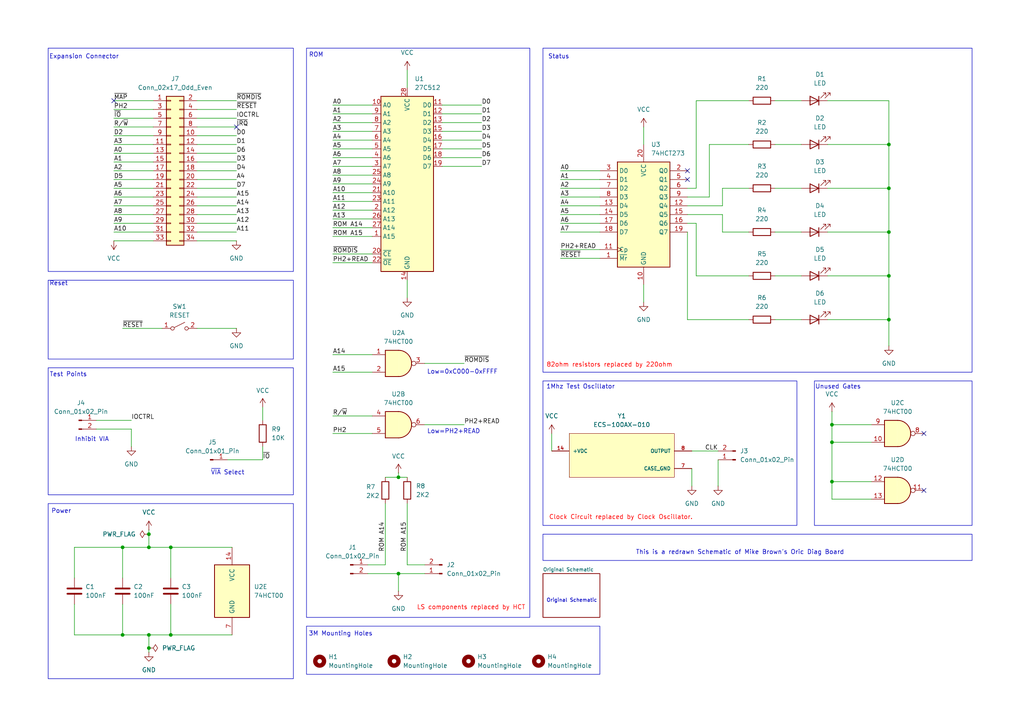
<source format=kicad_sch>
(kicad_sch (version 20250114) (generator "eeschema") (generator_version "9.0")
  (paper "A4")
  (title_block (title "Oric Diag Board") (date "2025-09-26") (rev "1") (company "and the size of the LED current limiting resistors") (comment 1 "Minor changes have been made around the clock circuit, use of HCT rather than LS ") (comment 2 "This is a redrwan Schematic of Mike Brown's Oric Diag Board") (comment 3 "**** DO NOT USE ****") (comment 4 "**** NOT VERIFIED YET ****"))
  (lib_symbols
    (symbol "74xx:74HCT00" (pin_names (offset 1.016))
      (property "Reference" "U" (at 0 1.27 0))
      (property "Value" "74HCT00" (at 0 -1.27 0))
      (symbol "74HCT00_1_1"
        (arc (start 0 3.81) (mid 3.7934 0) (end 0 -3.81) (stroke (width 0.254)) (fill (type background)))
        (polyline (pts (xy 0 3.81) (xy -3.81 3.81) (xy -3.81 -3.81) (xy 0 -3.81)) (stroke (width 0.254)) (fill (type background)))
        (pin input line (at -7.62 2.54 0) (length 3.81) (name "~") (number "1"))
        (pin input line (at -7.62 -2.54 0) (length 3.81) (name "~") (number "2"))
        (pin output inverted (at 7.62 0 180) (length 3.81) (name "~") (number "3"))
      )
      (symbol "74HCT00_1_2"
        (arc (start -3.81 3.81) (mid -2.589 0) (end -3.81 -3.81) (stroke (width 0.254)))
        (polyline (pts (xy -3.81 3.81) (xy -0.635 3.81)) (stroke (width 0.254)) (fill (type background)))
        (polyline (pts (xy -3.81 -3.81) (xy -0.635 -3.81)) (stroke (width 0.254)) (fill (type background)))
        (arc (start 3.81 0) (mid 2.1855 -2.584) (end -0.6096 -3.81) (stroke (width 0.254)) (fill (type background)))
        (arc (start -0.6096 3.81) (mid 2.1928 2.5924) (end 3.81 0) (stroke (width 0.254)) (fill (type background)))
        (polyline (pts (xy -0.635 3.81) (xy -3.81 3.81) (xy -3.81 3.81) (xy -3.556 3.4036) (xy -3.0226 2.2606) (xy -2.6924 1.0414) (xy -2.6162 -0.254) (xy -2.7686 -1.4986) (xy -3.175 -2.7178) (xy -3.81 -3.81) (xy -3.81 -3.81) (xy -0.635 -3.81)) (stroke (width -25.4)) (fill (type background)))
        (pin input inverted (at -7.62 2.54 0) (length 4.318) (name "~") (number "1"))
        (pin input inverted (at -7.62 -2.54 0) (length 4.318) (name "~") (number "2"))
        (pin output line (at 7.62 0 180) (length 3.81) (name "~") (number "3"))
      )
      (symbol "74HCT00_2_1"
        (arc (start 0 3.81) (mid 3.7934 0) (end 0 -3.81) (stroke (width 0.254)) (fill (type background)))
        (polyline (pts (xy 0 3.81) (xy -3.81 3.81) (xy -3.81 -3.81) (xy 0 -3.81)) (stroke (width 0.254)) (fill (type background)))
        (pin input line (at -7.62 2.54 0) (length 3.81) (name "~") (number "4"))
        (pin input line (at -7.62 -2.54 0) (length 3.81) (name "~") (number "5"))
        (pin output inverted (at 7.62 0 180) (length 3.81) (name "~") (number "6"))
      )
      (symbol "74HCT00_2_2"
        (arc (start -3.81 3.81) (mid -2.589 0) (end -3.81 -3.81) (stroke (width 0.254)))
        (polyline (pts (xy -3.81 3.81) (xy -0.635 3.81)) (stroke (width 0.254)) (fill (type background)))
        (polyline (pts (xy -3.81 -3.81) (xy -0.635 -3.81)) (stroke (width 0.254)) (fill (type background)))
        (arc (start 3.81 0) (mid 2.1855 -2.584) (end -0.6096 -3.81) (stroke (width 0.254)) (fill (type background)))
        (arc (start -0.6096 3.81) (mid 2.1928 2.5924) (end 3.81 0) (stroke (width 0.254)) (fill (type background)))
        (polyline (pts (xy -0.635 3.81) (xy -3.81 3.81) (xy -3.81 3.81) (xy -3.556 3.4036) (xy -3.0226 2.2606) (xy -2.6924 1.0414) (xy -2.6162 -0.254) (xy -2.7686 -1.4986) (xy -3.175 -2.7178) (xy -3.81 -3.81) (xy -3.81 -3.81) (xy -0.635 -3.81)) (stroke (width -25.4)) (fill (type background)))
        (pin input inverted (at -7.62 2.54 0) (length 4.318) (name "~") (number "4"))
        (pin input inverted (at -7.62 -2.54 0) (length 4.318) (name "~") (number "5"))
        (pin output line (at 7.62 0 180) (length 3.81) (name "~") (number "6"))
      )
      (symbol "74HCT00_3_1"
        (arc (start 0 3.81) (mid 3.7934 0) (end 0 -3.81) (stroke (width 0.254)) (fill (type background)))
        (polyline (pts (xy 0 3.81) (xy -3.81 3.81) (xy -3.81 -3.81) (xy 0 -3.81)) (stroke (width 0.254)) (fill (type background)))
        (pin input line (at -7.62 2.54 0) (length 3.81) (name "~") (number "9"))
        (pin input line (at -7.62 -2.54 0) (length 3.81) (name "~") (number "10"))
        (pin output inverted (at 7.62 0 180) (length 3.81) (name "~") (number "8"))
      )
      (symbol "74HCT00_3_2"
        (arc (start -3.81 3.81) (mid -2.589 0) (end -3.81 -3.81) (stroke (width 0.254)))
        (polyline (pts (xy -3.81 3.81) (xy -0.635 3.81)) (stroke (width 0.254)) (fill (type background)))
        (polyline (pts (xy -3.81 -3.81) (xy -0.635 -3.81)) (stroke (width 0.254)) (fill (type background)))
        (arc (start 3.81 0) (mid 2.1855 -2.584) (end -0.6096 -3.81) (stroke (width 0.254)) (fill (type background)))
        (arc (start -0.6096 3.81) (mid 2.1928 2.5924) (end 3.81 0) (stroke (width 0.254)) (fill (type background)))
        (polyline (pts (xy -0.635 3.81) (xy -3.81 3.81) (xy -3.81 3.81) (xy -3.556 3.4036) (xy -3.0226 2.2606) (xy -2.6924 1.0414) (xy -2.6162 -0.254) (xy -2.7686 -1.4986) (xy -3.175 -2.7178) (xy -3.81 -3.81) (xy -3.81 -3.81) (xy -0.635 -3.81)) (stroke (width -25.4)) (fill (type background)))
        (pin input inverted (at -7.62 2.54 0) (length 4.318) (name "~") (number "9"))
        (pin input inverted (at -7.62 -2.54 0) (length 4.318) (name "~") (number "10"))
        (pin output line (at 7.62 0 180) (length 3.81) (name "~") (number "8"))
      )
      (symbol "74HCT00_4_1"
        (arc (start 0 3.81) (mid 3.7934 0) (end 0 -3.81) (stroke (width 0.254)) (fill (type background)))
        (polyline (pts (xy 0 3.81) (xy -3.81 3.81) (xy -3.81 -3.81) (xy 0 -3.81)) (stroke (width 0.254)) (fill (type background)))
        (pin input line (at -7.62 2.54 0) (length 3.81) (name "~") (number "12"))
        (pin input line (at -7.62 -2.54 0) (length 3.81) (name "~") (number "13"))
        (pin output inverted (at 7.62 0 180) (length 3.81) (name "~") (number "11"))
      )
      (symbol "74HCT00_4_2"
        (arc (start -3.81 3.81) (mid -2.589 0) (end -3.81 -3.81) (stroke (width 0.254)))
        (polyline (pts (xy -3.81 3.81) (xy -0.635 3.81)) (stroke (width 0.254)) (fill (type background)))
        (polyline (pts (xy -3.81 -3.81) (xy -0.635 -3.81)) (stroke (width 0.254)) (fill (type background)))
        (arc (start 3.81 0) (mid 2.1855 -2.584) (end -0.6096 -3.81) (stroke (width 0.254)) (fill (type background)))
        (arc (start -0.6096 3.81) (mid 2.1928 2.5924) (end 3.81 0) (stroke (width 0.254)) (fill (type background)))
        (polyline (pts (xy -0.635 3.81) (xy -3.81 3.81) (xy -3.81 3.81) (xy -3.556 3.4036) (xy -3.0226 2.2606) (xy -2.6924 1.0414) (xy -2.6162 -0.254) (xy -2.7686 -1.4986) (xy -3.175 -2.7178) (xy -3.81 -3.81) (xy -3.81 -3.81) (xy -0.635 -3.81)) (stroke (width -25.4)) (fill (type background)))
        (pin input inverted (at -7.62 2.54 0) (length 4.318) (name "~") (number "12"))
        (pin input inverted (at -7.62 -2.54 0) (length 4.318) (name "~") (number "13"))
        (pin output line (at 7.62 0 180) (length 3.81) (name "~") (number "11"))
      )
      (symbol "74HCT00_5_0"
        (pin power_in line (at 0 12.7 270) (length 5.08) (name "VCC") (number "14"))
        (pin power_in line (at 0 -12.7 90) (length 5.08) (name "GND") (number "7"))
      )
      (symbol "74HCT00_5_1"
        (rectangle (start -5.08 7.62) (end 5.08 -7.62) (stroke (width 0.254)) (fill (type background)))
      )
    )
    (symbol "74xx:74HCT273"
      (property "Reference" "U" (at -7.62 16.51 0))
      (property "Value" "74HCT273" (at -7.62 -16.51 0))
      (symbol "74HCT273_1_0"
        (pin input line (at -12.7 12.7 0) (length 5.08) (name "D0") (number "3"))
        (pin input line (at -12.7 10.16 0) (length 5.08) (name "D1") (number "4"))
        (pin input line (at -12.7 7.62 0) (length 5.08) (name "D2") (number "7"))
        (pin input line (at -12.7 5.08 0) (length 5.08) (name "D3") (number "8"))
        (pin input line (at -12.7 2.54 0) (length 5.08) (name "D4") (number "13"))
        (pin input line (at -12.7 0 0) (length 5.08) (name "D5") (number "14"))
        (pin input line (at -12.7 -2.54 0) (length 5.08) (name "D6") (number "17"))
        (pin input line (at -12.7 -5.08 0) (length 5.08) (name "D7") (number "18"))
        (pin input clock (at -12.7 -10.16 0) (length 5.08) (name "Cp") (number "11"))
        (pin input line (at -12.7 -12.7 0) (length 5.08) (name "~{Mr}") (number "1"))
        (pin power_in line (at 0 20.32 270) (length 5.08) (name "VCC") (number "20"))
        (pin power_in line (at 0 -20.32 90) (length 5.08) (name "GND") (number "10"))
        (pin output line (at 12.7 12.7 180) (length 5.08) (name "Q0") (number "2"))
        (pin output line (at 12.7 10.16 180) (length 5.08) (name "Q1") (number "5"))
        (pin output line (at 12.7 7.62 180) (length 5.08) (name "Q2") (number "6"))
        (pin output line (at 12.7 5.08 180) (length 5.08) (name "Q3") (number "9"))
        (pin output line (at 12.7 2.54 180) (length 5.08) (name "Q4") (number "12"))
        (pin output line (at 12.7 0 180) (length 5.08) (name "Q5") (number "15"))
        (pin output line (at 12.7 -2.54 180) (length 5.08) (name "Q6") (number "16"))
        (pin output line (at 12.7 -5.08 180) (length 5.08) (name "Q7") (number "19"))
      )
      (symbol "74HCT273_1_1"
        (rectangle (start -7.62 15.24) (end 7.62 -15.24) (stroke (width 0.254)) (fill (type background)))
      )
    )
    (symbol "Connector:Conn_01x01_Pin" (pin_names (offset 1.016) (hide yes))
      (property "Reference" "J" (at 0 2.54 0))
      (property "Value" "Conn_01x01_Pin" (at 0 -2.54 0))
      (symbol "Conn_01x01_Pin_1_1"
        (rectangle (start 0.8636 0.127) (end 0 -0.127) (stroke (width 0.1524)) (fill (type outline)))
        (polyline (pts (xy 1.27 0) (xy 0.8636 0)) (stroke (width 0.1524)))
        (pin passive line (at 5.08 0 180) (length 3.81) (name "Pin_1") (number "1"))
      )
    )
    (symbol "Connector:Conn_01x02_Pin" (pin_names (offset 1.016) (hide yes))
      (property "Reference" "J" (at 0 2.54 0))
      (property "Value" "Conn_01x02_Pin" (at 0 -5.08 0))
      (symbol "Conn_01x02_Pin_1_1"
        (rectangle (start 0.8636 0.127) (end 0 -0.127) (stroke (width 0.1524)) (fill (type outline)))
        (rectangle (start 0.8636 -2.413) (end 0 -2.667) (stroke (width 0.1524)) (fill (type outline)))
        (polyline (pts (xy 1.27 0) (xy 0.8636 0)) (stroke (width 0.1524)))
        (polyline (pts (xy 1.27 -2.54) (xy 0.8636 -2.54)) (stroke (width 0.1524)))
        (pin passive line (at 5.08 0 180) (length 3.81) (name "Pin_1") (number "1"))
        (pin passive line (at 5.08 -2.54 180) (length 3.81) (name "Pin_2") (number "2"))
      )
    )
    (symbol "Connector_Generic:Conn_02x17_Odd_Even" (pin_names (offset 1.016) (hide yes))
      (property "Reference" "J" (at 1.27 22.86 0))
      (property "Value" "Conn_02x17_Odd_Even" (at 1.27 -22.86 0))
      (symbol "Conn_02x17_Odd_Even_1_1"
        (rectangle (start -1.27 21.59) (end 3.81 -21.59) (stroke (width 0.254)) (fill (type background)))
        (rectangle (start -1.27 20.447) (end 0 20.193) (stroke (width 0.1524)))
        (rectangle (start -1.27 17.907) (end 0 17.653) (stroke (width 0.1524)))
        (rectangle (start -1.27 15.367) (end 0 15.113) (stroke (width 0.1524)))
        (rectangle (start -1.27 12.827) (end 0 12.573) (stroke (width 0.1524)))
        (rectangle (start -1.27 10.287) (end 0 10.033) (stroke (width 0.1524)))
        (rectangle (start -1.27 7.747) (end 0 7.493) (stroke (width 0.1524)))
        (rectangle (start -1.27 5.207) (end 0 4.953) (stroke (width 0.1524)))
        (rectangle (start -1.27 2.667) (end 0 2.413) (stroke (width 0.1524)))
        (rectangle (start -1.27 0.127) (end 0 -0.127) (stroke (width 0.1524)))
        (rectangle (start -1.27 -2.413) (end 0 -2.667) (stroke (width 0.1524)))
        (rectangle (start -1.27 -4.953) (end 0 -5.207) (stroke (width 0.1524)))
        (rectangle (start -1.27 -7.493) (end 0 -7.747) (stroke (width 0.1524)))
        (rectangle (start -1.27 -10.033) (end 0 -10.287) (stroke (width 0.1524)))
        (rectangle (start -1.27 -12.573) (end 0 -12.827) (stroke (width 0.1524)))
        (rectangle (start -1.27 -15.113) (end 0 -15.367) (stroke (width 0.1524)))
        (rectangle (start -1.27 -17.653) (end 0 -17.907) (stroke (width 0.1524)))
        (rectangle (start -1.27 -20.193) (end 0 -20.447) (stroke (width 0.1524)))
        (rectangle (start 3.81 20.447) (end 2.54 20.193) (stroke (width 0.1524)))
        (rectangle (start 3.81 17.907) (end 2.54 17.653) (stroke (width 0.1524)))
        (rectangle (start 3.81 15.367) (end 2.54 15.113) (stroke (width 0.1524)))
        (rectangle (start 3.81 12.827) (end 2.54 12.573) (stroke (width 0.1524)))
        (rectangle (start 3.81 10.287) (end 2.54 10.033) (stroke (width 0.1524)))
        (rectangle (start 3.81 7.747) (end 2.54 7.493) (stroke (width 0.1524)))
        (rectangle (start 3.81 5.207) (end 2.54 4.953) (stroke (width 0.1524)))
        (rectangle (start 3.81 2.667) (end 2.54 2.413) (stroke (width 0.1524)))
        (rectangle (start 3.81 0.127) (end 2.54 -0.127) (stroke (width 0.1524)))
        (rectangle (start 3.81 -2.413) (end 2.54 -2.667) (stroke (width 0.1524)))
        (rectangle (start 3.81 -4.953) (end 2.54 -5.207) (stroke (width 0.1524)))
        (rectangle (start 3.81 -7.493) (end 2.54 -7.747) (stroke (width 0.1524)))
        (rectangle (start 3.81 -10.033) (end 2.54 -10.287) (stroke (width 0.1524)))
        (rectangle (start 3.81 -12.573) (end 2.54 -12.827) (stroke (width 0.1524)))
        (rectangle (start 3.81 -15.113) (end 2.54 -15.367) (stroke (width 0.1524)))
        (rectangle (start 3.81 -17.653) (end 2.54 -17.907) (stroke (width 0.1524)))
        (rectangle (start 3.81 -20.193) (end 2.54 -20.447) (stroke (width 0.1524)))
        (pin passive line (at -5.08 20.32 0) (length 3.81) (name "Pin_1") (number "1"))
        (pin passive line (at -5.08 17.78 0) (length 3.81) (name "Pin_3") (number "3"))
        (pin passive line (at -5.08 15.24 0) (length 3.81) (name "Pin_5") (number "5"))
        (pin passive line (at -5.08 12.7 0) (length 3.81) (name "Pin_7") (number "7"))
        (pin passive line (at -5.08 10.16 0) (length 3.81) (name "Pin_9") (number "9"))
        (pin passive line (at -5.08 7.62 0) (length 3.81) (name "Pin_11") (number "11"))
        (pin passive line (at -5.08 5.08 0) (length 3.81) (name "Pin_13") (number "13"))
        (pin passive line (at -5.08 2.54 0) (length 3.81) (name "Pin_15") (number "15"))
        (pin passive line (at -5.08 0 0) (length 3.81) (name "Pin_17") (number "17"))
        (pin passive line (at -5.08 -2.54 0) (length 3.81) (name "Pin_19") (number "19"))
        (pin passive line (at -5.08 -5.08 0) (length 3.81) (name "Pin_21") (number "21"))
        (pin passive line (at -5.08 -7.62 0) (length 3.81) (name "Pin_23") (number "23"))
        (pin passive line (at -5.08 -10.16 0) (length 3.81) (name "Pin_25") (number "25"))
        (pin passive line (at -5.08 -12.7 0) (length 3.81) (name "Pin_27") (number "27"))
        (pin passive line (at -5.08 -15.24 0) (length 3.81) (name "Pin_29") (number "29"))
        (pin passive line (at -5.08 -17.78 0) (length 3.81) (name "Pin_31") (number "31"))
        (pin passive line (at -5.08 -20.32 0) (length 3.81) (name "Pin_33") (number "33"))
        (pin passive line (at 7.62 20.32 180) (length 3.81) (name "Pin_2") (number "2"))
        (pin passive line (at 7.62 17.78 180) (length 3.81) (name "Pin_4") (number "4"))
        (pin passive line (at 7.62 15.24 180) (length 3.81) (name "Pin_6") (number "6"))
        (pin passive line (at 7.62 12.7 180) (length 3.81) (name "Pin_8") (number "8"))
        (pin passive line (at 7.62 10.16 180) (length 3.81) (name "Pin_10") (number "10"))
        (pin passive line (at 7.62 7.62 180) (length 3.81) (name "Pin_12") (number "12"))
        (pin passive line (at 7.62 5.08 180) (length 3.81) (name "Pin_14") (number "14"))
        (pin passive line (at 7.62 2.54 180) (length 3.81) (name "Pin_16") (number "16"))
        (pin passive line (at 7.62 0 180) (length 3.81) (name "Pin_18") (number "18"))
        (pin passive line (at 7.62 -2.54 180) (length 3.81) (name "Pin_20") (number "20"))
        (pin passive line (at 7.62 -5.08 180) (length 3.81) (name "Pin_22") (number "22"))
        (pin passive line (at 7.62 -7.62 180) (length 3.81) (name "Pin_24") (number "24"))
        (pin passive line (at 7.62 -10.16 180) (length 3.81) (name "Pin_26") (number "26"))
        (pin passive line (at 7.62 -12.7 180) (length 3.81) (name "Pin_28") (number "28"))
        (pin passive line (at 7.62 -15.24 180) (length 3.81) (name "Pin_30") (number "30"))
        (pin passive line (at 7.62 -17.78 180) (length 3.81) (name "Pin_32") (number "32"))
        (pin passive line (at 7.62 -20.32 180) (length 3.81) (name "Pin_34") (number "34"))
      )
    )
    (symbol "Device:C" (pin_numbers (hide yes)) (pin_names (offset 0.254))
      (property "Reference" "C" (at 0.635 2.54 0))
      (property "Value" "C" (at 0.635 -2.54 0))
      (symbol "C_0_1"
        (polyline (pts (xy -2.032 0.762) (xy 2.032 0.762)) (stroke (width 0.508)))
        (polyline (pts (xy -2.032 -0.762) (xy 2.032 -0.762)) (stroke (width 0.508)))
      )
      (symbol "C_1_1"
        (pin passive line (at 0 3.81 270) (length 2.794) (name "~") (number "1"))
        (pin passive line (at 0 -3.81 90) (length 2.794) (name "~") (number "2"))
      )
    )
    (symbol "Device:LED" (pin_numbers (hide yes)) (pin_names (offset 1.016) (hide yes))
      (property "Reference" "D" (at 0 2.54 0))
      (property "Value" "LED" (at 0 -2.54 0))
      (symbol "LED_0_1"
        (polyline (pts (xy -3.048 -0.762) (xy -4.572 -2.286) (xy -3.81 -2.286) (xy -4.572 -2.286) (xy -4.572 -1.524)))
        (polyline (pts (xy -1.778 -0.762) (xy -3.302 -2.286) (xy -2.54 -2.286) (xy -3.302 -2.286) (xy -3.302 -1.524)))
        (polyline (pts (xy -1.27 0) (xy 1.27 0)))
        (polyline (pts (xy -1.27 -1.27) (xy -1.27 1.27)) (stroke (width 0.254)))
        (polyline (pts (xy 1.27 -1.27) (xy 1.27 1.27) (xy -1.27 0) (xy 1.27 -1.27)) (stroke (width 0.254)))
      )
      (symbol "LED_1_1"
        (pin passive line (at -3.81 0 0) (length 2.54) (name "K") (number "1"))
        (pin passive line (at 3.81 0 180) (length 2.54) (name "A") (number "2"))
      )
    )
    (symbol "Device:R" (pin_numbers (hide yes)) (pin_names (offset 0))
      (property "Reference" "R" (at 2.032 0 90))
      (property "Value" "R" (at 0 0 90))
      (symbol "R_0_1"
        (rectangle (start -1.016 -2.54) (end 1.016 2.54) (stroke (width 0.254)))
      )
      (symbol "R_1_1"
        (pin passive line (at 0 3.81 270) (length 1.27) (name "~") (number "1"))
        (pin passive line (at 0 -3.81 90) (length 1.27) (name "~") (number "2"))
      )
    )
    (symbol "ECS-100AX-010:ECS-100AX-010" (pin_names (offset 1.016))
      (property "Reference" "Y" (at -15.2829 5.0943 0))
      (property "Value" "ECS-100AX-010" (at -15.268 -10.1787 0))
      (symbol "ECS-100AX-010_0_0"
        (rectangle (start -15.24 -7.62) (end 15.24 5.08) (stroke (width 0.127)) (fill (type background)))
        (pin input line (at -20.32 0 0) (length 5.08) (name "+VDC") (number "14"))
        (pin output line (at 20.32 0 180) (length 5.08) (name "OUTPUT") (number "8"))
        (pin power_in line (at 20.32 -5.08 180) (length 5.08) (name "CASE_GND") (number "7"))
      )
    )
    (symbol "Mechanical:MountingHole" (pin_names (offset 1.016)) (in_bom no)
      (property "Reference" "H" (at 0 5.08 0))
      (property "Value" "MountingHole" (at 0 3.175 0))
      (symbol "MountingHole_0_1"
        (circle (center 0 0) (radius 1.27) (stroke (width 1.27)))
      )
    )
    (symbol "Memory_EPROM:27C512"
      (property "Reference" "U" (at -7.62 26.67 0))
      (property "Value" "27C512" (at 2.54 -26.67 0))
      (symbol "27C512_1_1"
        (rectangle (start -7.62 25.4) (end 7.62 -25.4) (stroke (width 0.254)) (fill (type background)))
        (pin input line (at -10.16 22.86 0) (length 2.54) (name "A0") (number "10"))
        (pin input line (at -10.16 20.32 0) (length 2.54) (name "A1") (number "9"))
        (pin input line (at -10.16 17.78 0) (length 2.54) (name "A2") (number "8"))
        (pin input line (at -10.16 15.24 0) (length 2.54) (name "A3") (number "7"))
        (pin input line (at -10.16 12.7 0) (length 2.54) (name "A4") (number "6"))
        (pin input line (at -10.16 10.16 0) (length 2.54) (name "A5") (number "5"))
        (pin input line (at -10.16 7.62 0) (length 2.54) (name "A6") (number "4"))
        (pin input line (at -10.16 5.08 0) (length 2.54) (name "A7") (number "3"))
        (pin input line (at -10.16 2.54 0) (length 2.54) (name "A8") (number "25"))
        (pin input line (at -10.16 0 0) (length 2.54) (name "A9") (number "24"))
        (pin input line (at -10.16 -2.54 0) (length 2.54) (name "A10") (number "21"))
        (pin input line (at -10.16 -5.08 0) (length 2.54) (name "A11") (number "23"))
        (pin input line (at -10.16 -7.62 0) (length 2.54) (name "A12") (number "2"))
        (pin input line (at -10.16 -10.16 0) (length 2.54) (name "A13") (number "26"))
        (pin input line (at -10.16 -12.7 0) (length 2.54) (name "A14") (number "27"))
        (pin input line (at -10.16 -15.24 0) (length 2.54) (name "A15") (number "1"))
        (pin input line (at -10.16 -20.32 0) (length 2.54) (name "~{CE}") (number "20"))
        (pin input line (at -10.16 -22.86 0) (length 2.54) (name "~{OE}") (number "22"))
        (pin power_in line (at 0 27.94 270) (length 2.54) (name "VCC") (number "28"))
        (pin power_in line (at 0 -27.94 90) (length 2.54) (name "GND") (number "14"))
        (pin tri_state line (at 10.16 22.86 180) (length 2.54) (name "D0") (number "11"))
        (pin tri_state line (at 10.16 20.32 180) (length 2.54) (name "D1") (number "12"))
        (pin tri_state line (at 10.16 17.78 180) (length 2.54) (name "D2") (number "13"))
        (pin tri_state line (at 10.16 15.24 180) (length 2.54) (name "D3") (number "15"))
        (pin tri_state line (at 10.16 12.7 180) (length 2.54) (name "D4") (number "16"))
        (pin tri_state line (at 10.16 10.16 180) (length 2.54) (name "D5") (number "17"))
        (pin tri_state line (at 10.16 7.62 180) (length 2.54) (name "D6") (number "18"))
        (pin tri_state line (at 10.16 5.08 180) (length 2.54) (name "D7") (number "19"))
      )
    )
    (symbol "Switch:SW_SPST" (pin_names (offset 0) (hide yes))
      (property "Reference" "SW" (at 0 3.175 0))
      (property "Value" "SW_SPST" (at 0 -2.54 0))
      (symbol "SW_SPST_0_0"
        (circle (center -2.032 0) (radius 0.508))
        (polyline (pts (xy -1.524 0.254) (xy 1.524 1.778)))
        (circle (center 2.032 0) (radius 0.508))
      )
      (symbol "SW_SPST_1_1"
        (pin passive line (at -5.08 0 0) (length 2.54) (name "A") (number "1"))
        (pin passive line (at 5.08 0 180) (length 2.54) (name "B") (number "2"))
      )
    )
    (symbol "power:GND" (power) (pin_numbers (hide yes)) (pin_names (offset 0) (hide yes))
      (property "Value" "GND" (at 0 -3.81 0))
      (symbol "GND_0_1"
        (polyline (pts (xy 0 0) (xy 0 -1.27) (xy 1.27 -1.27) (xy 0 -2.54) (xy -1.27 -1.27) (xy 0 -1.27)))
      )
      (symbol "GND_1_1"
        (pin power_in line (at 0 0 270) (length 0) (name "~") (number "1"))
      )
    )
    (symbol "power:PWR_FLAG" (power) (pin_numbers (hide yes)) (pin_names (offset 0) (hide yes))
      (property "Value" "PWR_FLAG" (at 0 3.81 0))
      (symbol "PWR_FLAG_0_0"
        (pin power_out line (at 0 0 90) (length 0) (name "~") (number "1"))
      )
      (symbol "PWR_FLAG_0_1"
        (polyline (pts (xy 0 0) (xy 0 1.27) (xy -1.016 1.905) (xy 0 2.54) (xy 1.016 1.905) (xy 0 1.27)))
      )
    )
    (symbol "power:VCC" (power) (pin_numbers (hide yes)) (pin_names (offset 0) (hide yes))
      (property "Value" "VCC" (at 0 3.556 0))
      (symbol "VCC_0_1"
        (polyline (pts (xy -0.762 1.27) (xy 0 2.54)))
        (polyline (pts (xy 0 2.54) (xy 0.762 1.27)))
        (polyline (pts (xy 0 0) (xy 0 2.54)))
      )
      (symbol "VCC_1_1"
        (pin power_in line (at 0 0 90) (length 0) (name "~") (number "1"))
      )
    )
  )
  (rectangle (start 13.97 146.05) (end 85.09 196.85))
  (rectangle (start 88.9 181.61) (end 173.99 195.58))
  (rectangle (start 157.48 154.94) (end 281.94 162.56))
  (rectangle (start 13.97 81.28) (end 85.09 104.14))
  (rectangle (start 88.9 13.97) (end 153.67 179.07))
  (rectangle (start 157.48 13.97) (end 281.94 107.95))
  (rectangle (start 13.97 106.68) (end 85.09 143.51))
  (rectangle (start 13.97 13.97) (end 85.09 78.74))
  (rectangle (start 236.22 110.49) (end 281.94 152.4))
  (rectangle (start 157.48 110.49) (end 231.14 152.4))
  (text "1Mhz Test Oscillator" (at 168.402 112.268 0) (effects (font (size 1.27 1.27))))
  (text "Power" (at 17.78 148.336 0) (effects (font (size 1.27 1.27))))
  (text "Clock Circuit replaced by Clock Oscillator." (at 180.086 150.114 0) (effects (font (size 1.27 1.27))))
  (text "ROM" (at 91.694 16.002 0) (effects (font (size 1.27 1.27))))
  (text "Low=0xC000-0xFFFF" (at 134.112 107.95 0) (effects (font (size 1.27 1.27))))
  (text "Test Points" (at 19.812 108.712 0) (effects (font (size 1.27 1.27))))
  (text "3M Mounting Holes" (at 98.806 183.896 0) (effects (font (size 1.27 1.27))))
  (text "Reset" (at 17.018 82.296 0) (effects (font (size 1.27 1.27))))
  (text "Unused Gates" (at 243.078 112.268 0) (effects (font (size 1.27 1.27))))
  (text "Inhibit VIA" (at 26.67 127.508 0) (effects (font (size 1.27 1.27))))
  (text "This is a redrawn Schematic of Mike Brown's Oric Diag Board" (at 214.63 160.274 0) (effects (font (size 1.27 1.27))))
  (text "Original Schematic" (at 165.862 174.244 0) (effects (font (size 1.016 1.016))))
  (text "LS components replaced by HCT" (at 136.652 176.276 0) (effects (font (size 1.27 1.27))))
  (text "Expansion Connector" (at 24.384 16.51 0) (effects (font (size 1.27 1.27))))
  (text "Low=PH2+READ" (at 131.572 125.222 0) (effects (font (size 1.27 1.27))))
  (text "~{VIA} Select" (at 66.04 137.16 0) (effects (font (size 1.27 1.27))))
  (text "82ohm resistors replaced by 220ohm" (at 176.784 105.918 0) (effects (font (size 1.27 1.27))))
  (text "Status" (at 162.052 16.51 0) (effects (font (size 1.27 1.27))))
  (junction (at 115.57 166.37))
  (junction (at 241.3 139.7))
  (junction (at 35.56 184.15))
  (junction (at 35.56 158.75))
  (junction (at 257.81 41.91))
  (junction (at 43.18 154.94))
  (junction (at 49.53 184.15))
  (junction (at 257.81 80.01))
  (junction (at 257.81 92.71))
  (junction (at 241.3 123.19))
  (junction (at 257.81 67.31))
  (junction (at 49.53 158.75))
  (junction (at 43.18 187.96))
  (junction (at 43.18 184.15))
  (junction (at 43.18 158.75))
  (junction (at 257.81 54.61))
  (junction (at 115.57 138.43))
  (junction (at 241.3 128.27))
  (no_connect (at 267.97 125.73))
  (no_connect (at 199.39 52.07))
  (no_connect (at 33.02 29.21))
  (no_connect (at 68.58 36.83))
  (no_connect (at 267.97 142.24))
  (no_connect (at 199.39 49.53))
  (wire (pts (xy 128.27 38.1) (xy 139.7 38.1)))
  (wire (pts (xy 162.56 67.31) (xy 173.99 67.31)))
  (wire (pts (xy 257.81 92.71) (xy 257.81 100.33)))
  (wire (pts (xy 33.02 39.37) (xy 44.45 39.37)))
  (wire (pts (xy 224.79 29.21) (xy 232.41 29.21)))
  (wire (pts (xy 241.3 119.38) (xy 241.3 123.19)))
  (wire (pts (xy 33.02 52.07) (xy 44.45 52.07)))
  (wire (pts (xy 33.02 46.99) (xy 44.45 46.99)))
  (wire (pts (xy 33.02 59.69) (xy 44.45 59.69)))
  (wire (pts (xy 111.76 146.05) (xy 111.76 163.83)))
  (wire (pts (xy 96.52 58.42) (xy 107.95 58.42)))
  (wire (pts (xy 115.57 166.37) (xy 123.19 166.37)))
  (wire (pts (xy 257.81 54.61) (xy 257.81 67.31)))
  (wire (pts (xy 33.02 64.77) (xy 44.45 64.77)))
  (wire (pts (xy 186.69 82.55) (xy 186.69 87.63)))
  (wire (pts (xy 96.52 107.95) (xy 107.95 107.95)))
  (wire (pts (xy 200.66 135.89) (xy 200.66 140.97)))
  (wire (pts (xy 57.15 46.99) (xy 68.58 46.99)))
  (wire (pts (xy 96.52 120.65) (xy 107.95 120.65)))
  (wire (pts (xy 241.3 128.27) (xy 241.3 139.7)))
  (wire (pts (xy 199.39 57.15) (xy 205.74 57.15)))
  (wire (pts (xy 115.57 138.43) (xy 118.11 138.43)))
  (wire (pts (xy 57.15 31.75) (xy 68.58 31.75)))
  (wire (pts (xy 118.11 146.05) (xy 118.11 163.83)))
  (wire (pts (xy 240.03 67.31) (xy 257.81 67.31)))
  (wire (pts (xy 208.28 133.35) (xy 208.28 140.97)))
  (wire (pts (xy 57.15 67.31) (xy 68.58 67.31)))
  (wire (pts (xy 43.18 187.96) (xy 43.18 189.23)))
  (wire (pts (xy 96.52 48.26) (xy 107.95 48.26)))
  (wire (pts (xy 43.18 158.75) (xy 35.56 158.75)))
  (wire (pts (xy 33.02 44.45) (xy 44.45 44.45)))
  (wire (pts (xy 241.3 144.78) (xy 252.73 144.78)))
  (wire (pts (xy 96.52 38.1) (xy 107.95 38.1)))
  (wire (pts (xy 43.18 184.15) (xy 43.18 187.96)))
  (wire (pts (xy 21.59 175.26) (xy 21.59 184.15)))
  (wire (pts (xy 128.27 48.26) (xy 139.7 48.26)))
  (wire (pts (xy 57.15 36.83) (xy 68.58 36.83)))
  (wire (pts (xy 76.2 129.54) (xy 76.2 133.35)))
  (wire (pts (xy 57.15 41.91) (xy 68.58 41.91)))
  (wire (pts (xy 200.66 130.81) (xy 208.28 130.81)))
  (wire (pts (xy 33.02 36.83) (xy 44.45 36.83)))
  (wire (pts (xy 240.03 92.71) (xy 257.81 92.71)))
  (wire (pts (xy 35.56 175.26) (xy 35.56 184.15)))
  (wire (pts (xy 128.27 35.56) (xy 139.7 35.56)))
  (wire (pts (xy 96.52 45.72) (xy 107.95 45.72)))
  (wire (pts (xy 162.56 57.15) (xy 173.99 57.15)))
  (wire (pts (xy 241.3 123.19) (xy 252.73 123.19)))
  (wire (pts (xy 115.57 166.37) (xy 115.57 171.45)))
  (wire (pts (xy 33.02 57.15) (xy 44.45 57.15)))
  (wire (pts (xy 57.15 39.37) (xy 68.58 39.37)))
  (wire (pts (xy 128.27 43.18) (xy 139.7 43.18)))
  (wire (pts (xy 240.03 41.91) (xy 257.81 41.91)))
  (wire (pts (xy 33.02 67.31) (xy 44.45 67.31)))
  (wire (pts (xy 199.39 64.77) (xy 201.93 64.77)))
  (wire (pts (xy 199.39 54.61) (xy 201.93 54.61)))
  (wire (pts (xy 96.52 40.64) (xy 107.95 40.64)))
  (wire (pts (xy 123.19 163.83) (xy 118.11 163.83)))
  (wire (pts (xy 21.59 184.15) (xy 35.56 184.15)))
  (wire (pts (xy 128.27 33.02) (xy 139.7 33.02)))
  (wire (pts (xy 106.68 166.37) (xy 115.57 166.37)))
  (wire (pts (xy 257.81 80.01) (xy 257.81 92.71)))
  (wire (pts (xy 43.18 154.94) (xy 43.18 158.75)))
  (wire (pts (xy 57.15 29.21) (xy 68.58 29.21)))
  (wire (pts (xy 106.68 163.83) (xy 111.76 163.83)))
  (wire (pts (xy 96.52 30.48) (xy 107.95 30.48)))
  (wire (pts (xy 162.56 74.93) (xy 173.99 74.93)))
  (wire (pts (xy 128.27 45.72) (xy 139.7 45.72)))
  (wire (pts (xy 224.79 41.91) (xy 232.41 41.91)))
  (wire (pts (xy 96.52 50.8) (xy 107.95 50.8)))
  (wire (pts (xy 162.56 64.77) (xy 173.99 64.77)))
  (wire (pts (xy 162.56 54.61) (xy 173.99 54.61)))
  (wire (pts (xy 224.79 67.31) (xy 232.41 67.31)))
  (wire (pts (xy 33.02 41.91) (xy 44.45 41.91)))
  (wire (pts (xy 43.18 184.15) (xy 49.53 184.15)))
  (wire (pts (xy 35.56 158.75) (xy 35.56 167.64)))
  (wire (pts (xy 162.56 59.69) (xy 173.99 59.69)))
  (wire (pts (xy 27.94 121.92) (xy 38.1 121.92)))
  (wire (pts (xy 241.3 128.27) (xy 252.73 128.27)))
  (wire (pts (xy 33.02 69.85) (xy 44.45 69.85)))
  (wire (pts (xy 33.02 34.29) (xy 44.45 34.29)))
  (wire (pts (xy 224.79 54.61) (xy 232.41 54.61)))
  (wire (pts (xy 224.79 92.71) (xy 232.41 92.71)))
  (wire (pts (xy 240.03 54.61) (xy 257.81 54.61)))
  (wire (pts (xy 224.79 80.01) (xy 232.41 80.01)))
  (wire (pts (xy 96.52 73.66) (xy 107.95 73.66)))
  (wire (pts (xy 57.15 69.85) (xy 68.58 69.85)))
  (wire (pts (xy 201.93 80.01) (xy 217.17 80.01)))
  (wire (pts (xy 57.15 62.23) (xy 68.58 62.23)))
  (wire (pts (xy 257.81 67.31) (xy 257.81 80.01)))
  (wire (pts (xy 241.3 123.19) (xy 241.3 128.27)))
  (wire (pts (xy 96.52 76.2) (xy 107.95 76.2)))
  (wire (pts (xy 57.15 95.25) (xy 68.58 95.25)))
  (wire (pts (xy 38.1 124.46) (xy 38.1 129.54)))
  (wire (pts (xy 123.19 105.41) (xy 134.62 105.41)))
  (wire (pts (xy 201.93 54.61) (xy 201.93 29.21)))
  (wire (pts (xy 209.55 54.61) (xy 217.17 54.61)))
  (wire (pts (xy 33.02 54.61) (xy 44.45 54.61)))
  (wire (pts (xy 57.15 44.45) (xy 68.58 44.45)))
  (wire (pts (xy 27.94 124.46) (xy 38.1 124.46)))
  (wire (pts (xy 209.55 67.31) (xy 217.17 67.31)))
  (wire (pts (xy 209.55 62.23) (xy 209.55 67.31)))
  (wire (pts (xy 199.39 59.69) (xy 209.55 59.69)))
  (wire (pts (xy 128.27 40.64) (xy 139.7 40.64)))
  (wire (pts (xy 33.02 29.21) (xy 44.45 29.21)))
  (wire (pts (xy 160.02 125.73) (xy 160.02 130.81)))
  (wire (pts (xy 57.15 64.77) (xy 68.58 64.77)))
  (wire (pts (xy 118.11 81.28) (xy 118.11 86.36)))
  (wire (pts (xy 118.11 20.32) (xy 118.11 25.4)))
  (wire (pts (xy 21.59 158.75) (xy 21.59 167.64)))
  (wire (pts (xy 241.3 139.7) (xy 241.3 144.78)))
  (wire (pts (xy 96.52 35.56) (xy 107.95 35.56)))
  (wire (pts (xy 33.02 31.75) (xy 44.45 31.75)))
  (wire (pts (xy 162.56 49.53) (xy 173.99 49.53)))
  (wire (pts (xy 76.2 133.35) (xy 66.04 133.35)))
  (wire (pts (xy 49.53 158.75) (xy 49.53 167.64)))
  (wire (pts (xy 57.15 34.29) (xy 68.58 34.29)))
  (wire (pts (xy 49.53 175.26) (xy 49.53 184.15)))
  (wire (pts (xy 115.57 137.16) (xy 115.57 138.43)))
  (wire (pts (xy 57.15 54.61) (xy 68.58 54.61)))
  (wire (pts (xy 123.19 123.19) (xy 134.62 123.19)))
  (wire (pts (xy 199.39 67.31) (xy 199.39 92.71)))
  (wire (pts (xy 33.02 49.53) (xy 44.45 49.53)))
  (wire (pts (xy 240.03 29.21) (xy 257.81 29.21)))
  (wire (pts (xy 257.81 29.21) (xy 257.81 41.91)))
  (wire (pts (xy 96.52 55.88) (xy 107.95 55.88)))
  (wire (pts (xy 240.03 80.01) (xy 257.81 80.01)))
  (wire (pts (xy 96.52 66.04) (xy 107.95 66.04)))
  (wire (pts (xy 96.52 43.18) (xy 107.95 43.18)))
  (wire (pts (xy 96.52 68.58) (xy 107.95 68.58)))
  (wire (pts (xy 201.93 29.21) (xy 217.17 29.21)))
  (wire (pts (xy 96.52 125.73) (xy 107.95 125.73)))
  (wire (pts (xy 57.15 57.15) (xy 68.58 57.15)))
  (wire (pts (xy 201.93 64.77) (xy 201.93 80.01)))
  (wire (pts (xy 35.56 158.75) (xy 21.59 158.75)))
  (wire (pts (xy 33.02 62.23) (xy 44.45 62.23)))
  (wire (pts (xy 57.15 49.53) (xy 68.58 49.53)))
  (wire (pts (xy 205.74 41.91) (xy 217.17 41.91)))
  (wire (pts (xy 162.56 62.23) (xy 173.99 62.23)))
  (wire (pts (xy 241.3 139.7) (xy 252.73 139.7)))
  (wire (pts (xy 205.74 57.15) (xy 205.74 41.91)))
  (wire (pts (xy 162.56 52.07) (xy 173.99 52.07)))
  (wire (pts (xy 199.39 62.23) (xy 209.55 62.23)))
  (wire (pts (xy 67.31 158.75) (xy 49.53 158.75)))
  (wire (pts (xy 128.27 30.48) (xy 139.7 30.48)))
  (wire (pts (xy 111.76 138.43) (xy 115.57 138.43)))
  (wire (pts (xy 96.52 33.02) (xy 107.95 33.02)))
  (wire (pts (xy 57.15 52.07) (xy 68.58 52.07)))
  (wire (pts (xy 209.55 59.69) (xy 209.55 54.61)))
  (wire (pts (xy 199.39 92.71) (xy 217.17 92.71)))
  (wire (pts (xy 96.52 102.87) (xy 107.95 102.87)))
  (wire (pts (xy 186.69 36.83) (xy 186.69 41.91)))
  (wire (pts (xy 49.53 158.75) (xy 43.18 158.75)))
  (wire (pts (xy 76.2 118.11) (xy 76.2 121.92)))
  (wire (pts (xy 162.56 72.39) (xy 173.99 72.39)))
  (wire (pts (xy 96.52 63.5) (xy 107.95 63.5)))
  (wire (pts (xy 35.56 184.15) (xy 43.18 184.15)))
  (wire (pts (xy 43.18 153.67) (xy 43.18 154.94)))
  (wire (pts (xy 49.53 184.15) (xy 67.31 184.15)))
  (wire (pts (xy 35.56 95.25) (xy 46.99 95.25)))
  (wire (pts (xy 257.81 41.91) (xy 257.81 54.61)))
  (wire (pts (xy 57.15 59.69) (xy 68.58 59.69)))
  (wire (pts (xy 96.52 60.96) (xy 107.95 60.96)))
  (wire (pts (xy 96.52 53.34) (xy 107.95 53.34)))
  (label "~{IRQ}" (at 68.58 36.83 0))
  (label "D5" (at 33.02 52.07 0))
  (label "A14" (at 96.52 102.87 0))
  (label "A11" (at 96.52 58.42 0))
  (label "D3" (at 68.58 46.99 0))
  (label "D7" (at 139.7 48.26 0))
  (label "~{RESET}" (at 162.56 74.93 0))
  (label "D7" (at 68.58 54.61 0))
  (label "A11" (at 68.58 67.31 0))
  (label "A4" (at 96.52 40.64 0))
  (label "A2" (at 33.02 49.53 0))
  (label "ROM A14" (at 111.76 160.02 90))
  (label "A15" (at 96.52 107.95 0))
  (label "A7" (at 96.52 48.26 0))
  (label "A6" (at 33.02 57.15 0))
  (label "A10" (at 96.52 55.88 0))
  (label "A6" (at 96.52 45.72 0))
  (label "A13" (at 96.52 63.5 0))
  (label "ROM A15" (at 118.11 160.02 90))
  (label "~{ROMDIS}" (at 96.52 73.66 0))
  (label "A2" (at 162.56 54.61 0))
  (label "A7" (at 162.56 67.31 0))
  (label "A3" (at 162.56 57.15 0))
  (label "~{RESET}" (at 68.58 31.75 0))
  (label "A12" (at 96.52 60.96 0))
  (label "D4" (at 139.7 40.64 0))
  (label "ROM A15" (at 96.52 68.58 0))
  (label "A0" (at 162.56 49.53 0))
  (label "D1" (at 68.58 41.91 0))
  (label "D2" (at 139.7 35.56 0))
  (label "A13" (at 68.58 62.23 0))
  (label "A6" (at 162.56 64.77 0))
  (label "R{slash}~{W}" (at 33.02 36.83 0))
  (label "A1" (at 33.02 46.99 0))
  (label "A2" (at 96.52 35.56 0))
  (label "D6" (at 139.7 45.72 0))
  (label "A7" (at 33.02 59.69 0))
  (label "A15" (at 68.58 57.15 0))
  (label "A9" (at 96.52 53.34 0))
  (label "A5" (at 162.56 62.23 0))
  (label "D5" (at 139.7 43.18 0))
  (label "D1" (at 139.7 33.02 0))
  (label "R{slash}~{W}" (at 96.52 120.65 0))
  (label "D2" (at 33.02 39.37 0))
  (label "A8" (at 96.52 50.8 0))
  (label "A5" (at 96.52 43.18 0))
  (label "~{RESET}" (at 35.56 95.25 0))
  (label "A3" (at 96.52 38.1 0))
  (label "D6" (at 68.58 44.45 0))
  (label "~{MAP}" (at 33.02 29.21 0))
  (label "PH2+READ" (at 162.56 72.39 0))
  (label "A14" (at 68.58 59.69 0))
  (label "IOCTRL" (at 68.58 34.29 0))
  (label "A10" (at 33.02 67.31 0))
  (label "A8" (at 33.02 62.23 0))
  (label "A4" (at 68.58 52.07 0))
  (label "A0" (at 96.52 30.48 0))
  (label "PH2" (at 33.02 31.75 0))
  (label "A3" (at 33.02 41.91 0))
  (label "CLK" (at 204.47 130.81 0))
  (label "D4" (at 68.58 49.53 0))
  (label "PH2" (at 96.52 125.73 0))
  (label "D0" (at 139.7 30.48 0))
  (label "IOCTRL" (at 38.1 121.92 0))
  (label "~{ROMDIS}" (at 68.58 29.21 0))
  (label "PH2+READ" (at 96.52 76.2 0))
  (label "D0" (at 68.58 39.37 0))
  (label "~{IO}" (at 33.02 34.29 0))
  (label "A12" (at 68.58 64.77 0))
  (label "PH2+READ" (at 134.62 123.19 0))
  (label "A1" (at 162.56 52.07 0))
  (label "D3" (at 139.7 38.1 0))
  (label "A5" (at 33.02 54.61 0))
  (label "A9" (at 33.02 64.77 0))
  (label "~{IO}" (at 76.2 133.35 0))
  (label "A0" (at 33.02 44.45 0))
  (label "A4" (at 162.56 59.69 0))
  (label "~{ROMDIS}" (at 134.62 105.41 0))
  (label "A1" (at 96.52 33.02 0))
  (label "ROM A14" (at 96.52 66.04 0))
  (symbol (lib_id "74xx:74HCT00") (at 260.35 125.73 0) (unit 3)
    (property "Reference" "U2" (at 260.3417 116.84 0))
    (property "Value" "74HCT00" (at 260.3417 119.38 0))
    (property "Footprint" "Package_DIP:DIP-14_W7.62mm_Socket" (effects (hide yes)))
    (property "Datasheet" "http://www.ti.com/lit/gpn/sn74hct00" (effects (hide yes)))
    (property "Description" "quad 2-input NAND gate" (effects (hide yes)))
  )
  (symbol (lib_id "Device:C") (at 35.56 171.45 0) (unit 1)
    (property "Reference" "C2" (at 38.735 170.18 0) (effects (justify left)))
    (property "Value" "100nF" (at 38.735 172.72 0) (effects (justify left)))
    (property "Footprint" "Capacitor_THT:C_Disc_D5.0mm_W2.5mm_P5.00mm" (effects (hide yes)))
  )
  (symbol (lib_id "power:GND") (at 257.81 100.33 0) (unit 1)
    (property "Reference" "#PWR01" (effects (hide yes)))
    (property "Value" "GND" (at 257.81 105.41 0))
    (property "Description" "Power symbol creates a global label with name \"GND\" , ground" (effects (hide yes)))
  )
  (symbol (lib_id "Device:R") (at 220.98 41.91 90) (unit 1)
    (property "Reference" "R2" (at 220.98 35.56 90))
    (property "Value" "220" (at 220.98 38.1 90))
    (property "Footprint" "Resistor_THT:R_Axial_DIN0207_L6.3mm_D2.5mm_P7.62mm_Horizontal" (effects (hide yes)))
    (property "Description" "Resistor" (effects (hide yes)))
  )
  (symbol (lib_id "ECS-100AX-010:ECS-100AX-010") (at 180.34 130.81 0) (unit 1)
    (property "Reference" "Y1" (at 180.34 120.65 0))
    (property "Value" "ECS-100AX-010" (at 180.34 123.19 0))
    (property "Footprint" "ECS-100AX-010:OSC_ECS-100AX-010" (effects (hide yes)))
    (property "STANDARD" "MANUFACTURER RECOMMENDATIONS" (effects (hide yes)))
    (property "MANUFACTURER" "ECS Inc." (effects (hide yes)))
  )
  (symbol (lib_id "Connector:Conn_01x02_Pin") (at 128.27 166.37 180) (unit 1)
    (property "Reference" "J2" (at 129.54 163.8299 0) (effects (justify right)))
    (property "Value" "Conn_01x02_Pin" (at 129.54 166.3699 0) (effects (justify right)))
    (property "Footprint" "Connector_PinHeader_2.54mm:PinHeader_1x02_P2.54mm_Vertical" (effects (hide yes)))
    (property "Description" "Generic connector, single row, 01x02, script generated" (effects (hide yes)))
  )
  (symbol (lib_id "74xx:74HCT00") (at 67.31 171.45 0) (unit 5)
    (property "Reference" "U2" (at 73.66 170.1799 0) (effects (justify left)))
    (property "Value" "74HCT00" (at 73.66 172.7199 0) (effects (justify left)))
    (property "Footprint" "Package_DIP:DIP-14_W7.62mm_Socket" (effects (hide yes)))
    (property "Datasheet" "http://www.ti.com/lit/gpn/sn74hct00" (effects (hide yes)))
    (property "Description" "quad 2-input NAND gate" (effects (hide yes)))
  )
  (symbol (lib_id "power:VCC") (at 241.3 119.38 0) (unit 1)
    (property "Reference" "#PWR014" (effects (hide yes)))
    (property "Value" "VCC" (at 241.3 114.3 0))
    (property "Description" "Power symbol creates a global label with name \"VCC\"" (effects (hide yes)))
  )
  (symbol (lib_id "Connector:Conn_01x01_Pin") (at 60.96 133.35 0) (unit 1)
    (property "Reference" "J5" (at 61.595 128.27 0))
    (property "Value" "Conn_01x01_Pin" (at 61.595 130.81 0))
    (property "Footprint" "Connector_PinHeader_2.00mm:PinHeader_1x01_P2.00mm_Vertical" (effects (hide yes)))
    (property "Description" "Generic connector, single row, 01x01, script generated" (effects (hide yes)))
  )
  (symbol (lib_id "Mechanical:MountingHole") (at 135.89 191.77 0) (unit 1) (in_bom no)
    (property "Reference" "H3" (at 138.43 190.4999 0) (effects (justify left)))
    (property "Value" "MountingHole" (at 138.43 193.0399 0) (effects (justify left)))
    (property "Footprint" "MountingHole:MountingHole_3.2mm_M3" (effects (hide yes)))
    (property "Description" "Mounting Hole without connection" (effects (hide yes)))
  )
  (symbol (lib_id "power:VCC") (at 33.02 69.85 180) (unit 1)
    (property "Reference" "#PWR03" (effects (hide yes)))
    (property "Value" "VCC" (at 33.02 74.93 0))
    (property "Description" "Power symbol creates a global label with name \"VCC\"" (effects (hide yes)))
  )
  (symbol (lib_id "Mechanical:MountingHole") (at 156.21 191.77 0) (unit 1) (in_bom no)
    (property "Reference" "H4" (at 158.75 190.4999 0) (effects (justify left)))
    (property "Value" "MountingHole" (at 158.75 193.0399 0) (effects (justify left)))
    (property "Footprint" "MountingHole:MountingHole_3.2mm_M3" (effects (hide yes)))
    (property "Description" "Mounting Hole without connection" (effects (hide yes)))
  )
  (symbol (lib_id "74xx:74HCT00") (at 260.35 142.24 0) (unit 4)
    (property "Reference" "U2" (at 260.3417 133.35 0))
    (property "Value" "74HCT00" (at 260.3417 135.89 0))
    (property "Footprint" "Package_DIP:DIP-14_W7.62mm_Socket" (effects (hide yes)))
    (property "Datasheet" "http://www.ti.com/lit/gpn/sn74hct00" (effects (hide yes)))
    (property "Description" "quad 2-input NAND gate" (effects (hide yes)))
  )
  (symbol (lib_id "Device:LED") (at 236.22 29.21 180) (unit 1)
    (property "Reference" "D1" (at 237.8075 21.59 0))
    (property "Value" "LED" (at 237.8075 24.13 0))
    (property "Footprint" "LED_THT:LED_D3.0mm" (effects (hide yes)))
    (property "Description" "Light emitting diode" (effects (hide yes)))
    (property "Sim.Pins" "1=K 2=A" (effects (hide yes)))
  )
  (symbol (lib_id "74xx:74HCT00") (at 115.57 105.41 0) (unit 1)
    (property "Reference" "U2" (at 115.5617 96.52 0))
    (property "Value" "74HCT00" (at 115.5617 99.06 0))
    (property "Footprint" "Package_DIP:DIP-14_W7.62mm_Socket" (effects (hide yes)))
    (property "Datasheet" "http://www.ti.com/lit/gpn/sn74hct00" (effects (hide yes)))
    (property "Description" "quad 2-input NAND gate" (effects (hide yes)))
  )
  (symbol (lib_id "power:VCC") (at 76.2 118.11 0) (unit 1)
    (property "Reference" "#PWR018" (effects (hide yes)))
    (property "Value" "VCC" (at 76.2 113.284 0))
    (property "Description" "Power symbol creates a global label with name \"VCC\"" (effects (hide yes)))
  )
  (symbol (lib_id "power:VCC") (at 186.69 36.83 0) (unit 1)
    (property "Reference" "#PWR08" (effects (hide yes)))
    (property "Value" "VCC" (at 186.69 31.75 0))
    (property "Description" "Power symbol creates a global label with name \"VCC\"" (effects (hide yes)))
  )
  (symbol (lib_id "74xx:74HCT00") (at 115.57 123.19 0) (unit 2)
    (property "Reference" "U2" (at 115.5617 114.3 0))
    (property "Value" "74HCT00" (at 115.5617 116.84 0))
    (property "Footprint" "Package_DIP:DIP-14_W7.62mm_Socket" (effects (hide yes)))
    (property "Datasheet" "http://www.ti.com/lit/gpn/sn74hct00" (effects (hide yes)))
    (property "Description" "quad 2-input NAND gate" (effects (hide yes)))
  )
  (symbol (lib_id "Device:R") (at 111.76 142.24 0) (unit 1)
    (property "Reference" "R7" (at 106.172 141.224 0) (effects (justify left)))
    (property "Value" "2K2" (at 106.172 143.764 0) (effects (justify left)))
    (property "Footprint" "Resistor_THT:R_Axial_DIN0207_L6.3mm_D2.5mm_P7.62mm_Horizontal" (effects (hide yes)))
    (property "Description" "Resistor" (effects (hide yes)))
  )
  (symbol (lib_id "power:GND") (at 43.18 189.23 0) (unit 1)
    (property "Reference" "#PWR012" (effects (hide yes)))
    (property "Value" "GND" (at 43.18 194.31 0))
    (property "Description" "Power symbol creates a global label with name \"GND\" , ground" (effects (hide yes)))
  )
  (symbol (lib_id "Device:LED") (at 236.22 54.61 180) (unit 1)
    (property "Reference" "D3" (at 237.8075 46.99 0))
    (property "Value" "LED" (at 237.8075 49.53 0))
    (property "Footprint" "LED_THT:LED_D3.0mm" (effects (hide yes)))
    (property "Description" "Light emitting diode" (effects (hide yes)))
    (property "Sim.Pins" "1=K 2=A" (effects (hide yes)))
  )
  (symbol (lib_id "Device:R") (at 220.98 29.21 90) (unit 1)
    (property "Reference" "R1" (at 220.98 22.86 90))
    (property "Value" "220" (at 220.98 25.4 90))
    (property "Footprint" "Resistor_THT:R_Axial_DIN0207_L6.3mm_D2.5mm_P7.62mm_Horizontal" (effects (hide yes)))
    (property "Description" "Resistor" (effects (hide yes)))
  )
  (symbol (lib_id "Device:LED") (at 236.22 92.71 180) (unit 1)
    (property "Reference" "D6" (at 237.8075 85.09 0))
    (property "Value" "LED" (at 237.8075 87.63 0))
    (property "Footprint" "LED_THT:LED_D3.0mm" (effects (hide yes)))
    (property "Description" "Light emitting diode" (effects (hide yes)))
    (property "Sim.Pins" "1=K 2=A" (effects (hide yes)))
  )
  (symbol (lib_id "74xx:74HCT273") (at 186.69 62.23 0) (unit 1)
    (property "Reference" "U3" (at 188.8333 41.91 0) (effects (justify left)))
    (property "Value" "74HCT273" (at 188.8333 44.45 0) (effects (justify left)))
    (property "Footprint" "Package_DIP:DIP-20_W7.62mm" (effects (hide yes)))
    (property "Datasheet" "https://assets.nexperia.com/documents/data-sheet/74HC_HCT273.pdf" (effects (hide yes)))
    (property "Description" "8-bit D Flip-Flop, reset" (effects (hide yes)))
  )
  (symbol (lib_id "power:VCC") (at 43.18 153.67 0) (unit 1)
    (property "Reference" "#PWR013" (effects (hide yes)))
    (property "Value" "VCC" (at 43.18 148.59 0))
    (property "Description" "Power symbol creates a global label with name \"VCC\"" (effects (hide yes)))
  )
  (symbol (lib_id "Device:C") (at 49.53 171.45 0) (unit 1)
    (property "Reference" "C3" (at 52.705 170.18 0) (effects (justify left)))
    (property "Value" "100nF" (at 52.705 172.72 0) (effects (justify left)))
    (property "Footprint" "Capacitor_THT:C_Disc_D5.0mm_W2.5mm_P5.00mm" (effects (hide yes)))
  )
  (symbol (lib_id "Connector:Conn_01x02_Pin") (at 213.36 133.35 180) (unit 1)
    (property "Reference" "J3" (at 214.63 130.8099 0) (effects (justify right)))
    (property "Value" "Conn_01x02_Pin" (at 214.63 133.3499 0) (effects (justify right)))
    (property "Footprint" "Connector_PinHeader_2.54mm:PinHeader_1x02_P2.54mm_Vertical" (effects (hide yes)))
    (property "Description" "Generic connector, single row, 01x02, script generated" (effects (hide yes)))
  )
  (symbol (lib_id "Device:LED") (at 236.22 67.31 180) (unit 1)
    (property "Reference" "D4" (at 237.8075 59.69 0))
    (property "Value" "LED" (at 237.8075 62.23 0))
    (property "Footprint" "LED_THT:LED_D3.0mm" (effects (hide yes)))
    (property "Description" "Light emitting diode" (effects (hide yes)))
    (property "Sim.Pins" "1=K 2=A" (effects (hide yes)))
  )
  (symbol (lib_id "power:GND") (at 208.28 140.97 0) (unit 1)
    (property "Reference" "#PWR011" (effects (hide yes)))
    (property "Value" "GND" (at 208.28 146.05 0))
    (property "Description" "Power symbol creates a global label with name \"GND\" , ground" (effects (hide yes)))
  )
  (symbol (lib_id "Device:R") (at 220.98 92.71 90) (unit 1)
    (property "Reference" "R6" (at 220.98 86.36 90))
    (property "Value" "220" (at 220.98 88.9 90))
    (property "Footprint" "Resistor_THT:R_Axial_DIN0207_L6.3mm_D2.5mm_P7.62mm_Horizontal" (effects (hide yes)))
    (property "Description" "Resistor" (effects (hide yes)))
  )
  (symbol (lib_id "Mechanical:MountingHole") (at 92.71 191.77 0) (unit 1) (in_bom no)
    (property "Reference" "H1" (at 95.25 190.4999 0) (effects (justify left)))
    (property "Value" "MountingHole" (at 95.25 193.0399 0) (effects (justify left)))
    (property "Footprint" "MountingHole:MountingHole_3.2mm_M3" (effects (hide yes)))
    (property "Description" "Mounting Hole without connection" (effects (hide yes)))
  )
  (symbol (lib_id "Connector:Conn_01x02_Pin") (at 22.86 121.92 0) (unit 1)
    (property "Reference" "J4" (at 23.495 116.84 0))
    (property "Value" "Conn_01x02_Pin" (at 23.495 119.38 0))
    (property "Footprint" "Connector_PinHeader_2.54mm:PinHeader_1x02_P2.54mm_Vertical" (effects (hide yes)))
    (property "Description" "Generic connector, single row, 01x02, script generated" (effects (hide yes)))
  )
  (symbol (lib_id "Device:R") (at 118.11 142.24 0) (unit 1)
    (property "Reference" "R8" (at 120.65 140.9699 0) (effects (justify left)))
    (property "Value" "2K2" (at 120.65 143.5099 0) (effects (justify left)))
    (property "Footprint" "Resistor_THT:R_Axial_DIN0207_L6.3mm_D2.5mm_P7.62mm_Horizontal" (effects (hide yes)))
    (property "Description" "Resistor" (effects (hide yes)))
  )
  (symbol (lib_id "Device:R") (at 76.2 125.73 0) (unit 1)
    (property "Reference" "R9" (at 78.74 124.4599 0) (effects (justify left)))
    (property "Value" "10K" (at 78.74 126.9999 0) (effects (justify left)))
    (property "Footprint" "Resistor_THT:R_Axial_DIN0207_L6.3mm_D2.5mm_P7.62mm_Horizontal" (effects (hide yes)))
    (property "Description" "Resistor" (effects (hide yes)))
  )
  (symbol (lib_id "Memory_EPROM:27C512") (at 118.11 53.34 0) (unit 1)
    (property "Reference" "U1" (at 120.2533 22.86 0) (effects (justify left)))
    (property "Value" "27C512" (at 120.2533 25.4 0) (effects (justify left)))
    (property "Footprint" "Package_DIP:DIP-28_W15.24mm" (effects (hide yes)))
    (property "Datasheet" "http://ww1.microchip.com/downloads/en/DeviceDoc/doc0015.pdf" (effects (hide yes)))
    (property "Description" "OTP EPROM 512 KiBit" (effects (hide yes)))
  )
  (symbol (lib_id "power:VCC") (at 118.11 20.32 0) (unit 1)
    (property "Reference" "#PWR07" (effects (hide yes)))
    (property "Value" "VCC" (at 118.11 15.24 0))
    (property "Description" "Power symbol creates a global label with name \"VCC\"" (effects (hide yes)))
  )
  (symbol (lib_id "Device:LED") (at 236.22 41.91 180) (unit 1)
    (property "Reference" "D2" (at 237.8075 34.29 0))
    (property "Value" "LED" (at 237.8075 36.83 0))
    (property "Footprint" "LED_THT:LED_D3.0mm" (effects (hide yes)))
    (property "Description" "Light emitting diode" (effects (hide yes)))
    (property "Sim.Pins" "1=K 2=A" (effects (hide yes)))
  )
  (symbol (lib_id "power:GND") (at 68.58 69.85 0) (unit 1)
    (property "Reference" "#PWR02" (effects (hide yes)))
    (property "Value" "GND" (at 68.58 74.93 0))
    (property "Description" "Power symbol creates a global label with name \"GND\" , ground" (effects (hide yes)))
  )
  (symbol (lib_id "Device:R") (at 220.98 54.61 90) (unit 1)
    (property "Reference" "R3" (at 220.98 48.26 90))
    (property "Value" "220" (at 220.98 50.8 90))
    (property "Footprint" "Resistor_THT:R_Axial_DIN0207_L6.3mm_D2.5mm_P7.62mm_Horizontal" (effects (hide yes)))
    (property "Description" "Resistor" (effects (hide yes)))
  )
  (symbol (lib_id "Device:R") (at 220.98 67.31 90) (unit 1)
    (property "Reference" "R4" (at 220.98 60.96 90))
    (property "Value" "220" (at 220.98 63.5 90))
    (property "Footprint" "Resistor_THT:R_Axial_DIN0207_L6.3mm_D2.5mm_P7.62mm_Horizontal" (effects (hide yes)))
    (property "Description" "Resistor" (effects (hide yes)))
  )
  (symbol (lib_id "Connector:Conn_01x02_Pin") (at 101.6 163.83 0) (unit 1)
    (property "Reference" "J1" (at 102.235 158.75 0))
    (property "Value" "Conn_01x02_Pin" (at 102.235 161.29 0))
    (property "Footprint" "Connector_PinHeader_2.54mm:PinHeader_1x02_P2.54mm_Vertical" (effects (hide yes)))
    (property "Description" "Generic connector, single row, 01x02, script generated" (effects (hide yes)))
  )
  (symbol (lib_id "Connector_Generic:Conn_02x17_Odd_Even") (at 49.53 49.53 0) (unit 1)
    (property "Reference" "J7" (at 50.8 22.86 0))
    (property "Value" "Conn_02x17_Odd_Even" (at 50.8 25.4 0))
    (property "Footprint" "Connector_IDC:IDC-Header_2x17_P2.54mm_Vertical" (effects (hide yes)))
    (property "Description" "Generic connector, double row, 02x17, odd/even pin numbering scheme (row 1 odd numbers, row 2 even numbers), script generated (kicad-library-utils/schlib/autogen/connector/)" (effects (hide yes)))
  )
  (symbol (lib_id "power:GND") (at 115.57 171.45 0) (unit 1)
    (property "Reference" "#PWR015" (effects (hide yes)))
    (property "Value" "GND" (at 115.57 176.53 0))
    (property "Description" "Power symbol creates a global label with name \"GND\" , ground" (effects (hide yes)))
  )
  (symbol (lib_id "power:GND") (at 68.58 95.25 0) (unit 1)
    (property "Reference" "#PWR04" (effects (hide yes)))
    (property "Value" "GND" (at 68.58 100.33 0))
    (property "Description" "Power symbol creates a global label with name \"GND\" , ground" (effects (hide yes)))
  )
  (symbol (lib_id "Mechanical:MountingHole") (at 114.3 191.77 0) (unit 1) (in_bom no)
    (property "Reference" "H2" (at 116.84 190.4999 0) (effects (justify left)))
    (property "Value" "MountingHole" (at 116.84 193.0399 0) (effects (justify left)))
    (property "Footprint" "MountingHole:MountingHole_3.2mm_M3" (effects (hide yes)))
    (property "Description" "Mounting Hole without connection" (effects (hide yes)))
  )
  (symbol (lib_id "Device:C") (at 21.59 171.45 0) (unit 1)
    (property "Reference" "C1" (at 24.765 170.18 0) (effects (justify left)))
    (property "Value" "100nF" (at 24.765 172.72 0) (effects (justify left)))
    (property "Footprint" "Capacitor_THT:C_Disc_D5.0mm_W2.5mm_P5.00mm" (effects (hide yes)))
  )
  (symbol (lib_id "power:PWR_FLAG") (at 43.18 154.94 90) (unit 1)
    (property "Reference" "#FLG01" (effects (hide yes)))
    (property "Value" "PWR_FLAG" (at 39.37 154.9399 90) (effects (justify left)))
    (property "Description" "Special symbol for telling ERC where power comes from" (effects (hide yes)))
  )
  (symbol (lib_id "Device:LED") (at 236.22 80.01 180) (unit 1)
    (property "Reference" "D5" (at 237.8075 72.39 0))
    (property "Value" "LED" (at 237.8075 74.93 0))
    (property "Footprint" "LED_THT:LED_D3.0mm" (effects (hide yes)))
    (property "Description" "Light emitting diode" (effects (hide yes)))
    (property "Sim.Pins" "1=K 2=A" (effects (hide yes)))
  )
  (symbol (lib_id "power:GND") (at 118.11 86.36 0) (unit 1)
    (property "Reference" "#PWR05" (effects (hide yes)))
    (property "Value" "GND" (at 118.11 91.44 0))
    (property "Description" "Power symbol creates a global label with name \"GND\" , ground" (effects (hide yes)))
  )
  (symbol (lib_id "power:VCC") (at 160.02 125.73 0) (unit 1)
    (property "Reference" "#PWR09" (effects (hide yes)))
    (property "Value" "VCC" (at 160.02 120.65 0))
    (property "Description" "Power symbol creates a global label with name \"VCC\"" (effects (hide yes)))
  )
  (symbol (lib_id "power:VCC") (at 115.57 137.16 0) (unit 1)
    (property "Reference" "#PWR016" (effects (hide yes)))
    (property "Value" "VCC" (at 115.57 132.334 0))
    (property "Description" "Power symbol creates a global label with name \"VCC\"" (effects (hide yes)))
  )
  (symbol (lib_id "power:PWR_FLAG") (at 43.18 187.96 270) (unit 1)
    (property "Reference" "#FLG02" (effects (hide yes)))
    (property "Value" "PWR_FLAG" (at 46.99 187.9599 90) (effects (justify left)))
    (property "Description" "Special symbol for telling ERC where power comes from" (effects (hide yes)))
  )
  (symbol (lib_id "Switch:SW_SPST") (at 52.07 95.25 0) (unit 1)
    (property "Reference" "SW1" (at 52.07 88.9 0))
    (property "Value" "RESET" (at 52.07 91.44 0))
    (property "Footprint" "Button_Switch_THT:SW_PUSH_6mm_H9.5mm" (effects (hide yes)))
  )
  (symbol (lib_id "power:GND") (at 186.69 87.63 0) (unit 1)
    (property "Reference" "#PWR06" (effects (hide yes)))
    (property "Value" "GND" (at 186.69 92.71 0))
    (property "Description" "Power symbol creates a global label with name \"GND\" , ground" (effects (hide yes)))
  )
  (symbol (lib_id "power:GND") (at 38.1 129.54 0) (unit 1)
    (property "Reference" "#PWR017" (effects (hide yes)))
    (property "Value" "GND" (at 38.1 134.62 0))
    (property "Description" "Power symbol creates a global label with name \"GND\" , ground" (effects (hide yes)))
  )
  (symbol (lib_id "Device:R") (at 220.98 80.01 90) (unit 1)
    (property "Reference" "R5" (at 220.98 73.66 90))
    (property "Value" "220" (at 220.98 76.2 90))
    (property "Footprint" "Resistor_THT:R_Axial_DIN0207_L6.3mm_D2.5mm_P7.62mm_Horizontal" (effects (hide yes)))
    (property "Description" "Resistor" (effects (hide yes)))
  )
  (symbol (lib_id "power:GND") (at 200.66 140.97 0) (unit 1)
    (property "Reference" "#PWR010" (effects (hide yes)))
    (property "Value" "GND" (at 200.66 146.05 0))
    (property "Description" "Power symbol creates a global label with name \"GND\" , ground" (effects (hide yes)))
  )
  (sheet (at 157.48 166.37) (size 16.51 12.7) (stroke (width 0.1524))
    (property "Sheetname" "Original Schematic" (at 157.48 165.7854 0) (effects (font (size 1.016 1.016)) (justify left bottom)))
    (property "Sheetfile" "Original Schematic.kicad_sch" (effects (hide yes)))
  )
)
</source>
